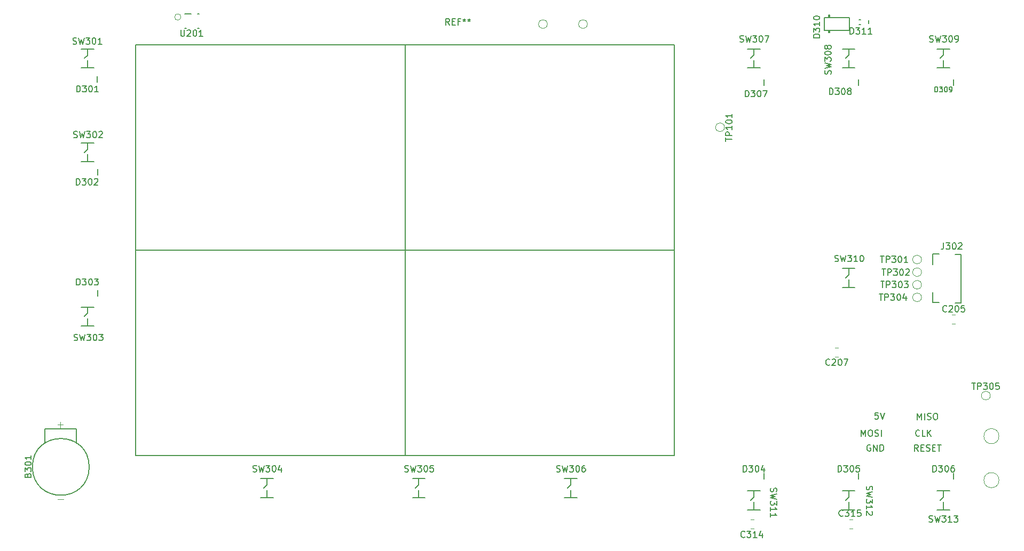
<source format=gto>
G04 #@! TF.GenerationSoftware,KiCad,Pcbnew,(5.1.5)-3*
G04 #@! TF.CreationDate,2020-05-18T23:19:19-04:00*
G04 #@! TF.ProjectId,CPU,4350552e-6b69-4636-9164-5f7063625858,rev?*
G04 #@! TF.SameCoordinates,Original*
G04 #@! TF.FileFunction,Legend,Top*
G04 #@! TF.FilePolarity,Positive*
%FSLAX46Y46*%
G04 Gerber Fmt 4.6, Leading zero omitted, Abs format (unit mm)*
G04 Created by KiCad (PCBNEW (5.1.5)-3) date 2020-05-18 23:19:19*
%MOMM*%
%LPD*%
G04 APERTURE LIST*
%ADD10C,0.120000*%
%ADD11C,0.150000*%
%ADD12C,0.200000*%
%ADD13C,0.127000*%
%ADD14C,0.177800*%
%ADD15C,0.101600*%
G04 APERTURE END LIST*
D10*
X56250000Y-46500000D02*
G75*
G03X56250000Y-46500000I-500000J0D01*
G01*
D11*
X165608095Y-114435000D02*
X165512857Y-114387380D01*
X165370000Y-114387380D01*
X165227142Y-114435000D01*
X165131904Y-114530238D01*
X165084285Y-114625476D01*
X165036666Y-114815952D01*
X165036666Y-114958809D01*
X165084285Y-115149285D01*
X165131904Y-115244523D01*
X165227142Y-115339761D01*
X165370000Y-115387380D01*
X165465238Y-115387380D01*
X165608095Y-115339761D01*
X165655714Y-115292142D01*
X165655714Y-114958809D01*
X165465238Y-114958809D01*
X166084285Y-115387380D02*
X166084285Y-114387380D01*
X166655714Y-115387380D01*
X166655714Y-114387380D01*
X167131904Y-115387380D02*
X167131904Y-114387380D01*
X167370000Y-114387380D01*
X167512857Y-114435000D01*
X167608095Y-114530238D01*
X167655714Y-114625476D01*
X167703333Y-114815952D01*
X167703333Y-114958809D01*
X167655714Y-115149285D01*
X167608095Y-115244523D01*
X167512857Y-115339761D01*
X167370000Y-115387380D01*
X167131904Y-115387380D01*
X164163571Y-113052380D02*
X164163571Y-112052380D01*
X164496904Y-112766666D01*
X164830238Y-112052380D01*
X164830238Y-113052380D01*
X165496904Y-112052380D02*
X165687380Y-112052380D01*
X165782619Y-112100000D01*
X165877857Y-112195238D01*
X165925476Y-112385714D01*
X165925476Y-112719047D01*
X165877857Y-112909523D01*
X165782619Y-113004761D01*
X165687380Y-113052380D01*
X165496904Y-113052380D01*
X165401666Y-113004761D01*
X165306428Y-112909523D01*
X165258809Y-112719047D01*
X165258809Y-112385714D01*
X165306428Y-112195238D01*
X165401666Y-112100000D01*
X165496904Y-112052380D01*
X166306428Y-113004761D02*
X166449285Y-113052380D01*
X166687380Y-113052380D01*
X166782619Y-113004761D01*
X166830238Y-112957142D01*
X166877857Y-112861904D01*
X166877857Y-112766666D01*
X166830238Y-112671428D01*
X166782619Y-112623809D01*
X166687380Y-112576190D01*
X166496904Y-112528571D01*
X166401666Y-112480952D01*
X166354047Y-112433333D01*
X166306428Y-112338095D01*
X166306428Y-112242857D01*
X166354047Y-112147619D01*
X166401666Y-112100000D01*
X166496904Y-112052380D01*
X166735000Y-112052380D01*
X166877857Y-112100000D01*
X167306428Y-113052380D02*
X167306428Y-112052380D01*
X166814523Y-109307380D02*
X166338333Y-109307380D01*
X166290714Y-109783571D01*
X166338333Y-109735952D01*
X166433571Y-109688333D01*
X166671666Y-109688333D01*
X166766904Y-109735952D01*
X166814523Y-109783571D01*
X166862142Y-109878809D01*
X166862142Y-110116904D01*
X166814523Y-110212142D01*
X166766904Y-110259761D01*
X166671666Y-110307380D01*
X166433571Y-110307380D01*
X166338333Y-110259761D01*
X166290714Y-110212142D01*
X167147857Y-109307380D02*
X167481190Y-110307380D01*
X167814523Y-109307380D01*
X173394761Y-112957142D02*
X173347142Y-113004761D01*
X173204285Y-113052380D01*
X173109047Y-113052380D01*
X172966190Y-113004761D01*
X172870952Y-112909523D01*
X172823333Y-112814285D01*
X172775714Y-112623809D01*
X172775714Y-112480952D01*
X172823333Y-112290476D01*
X172870952Y-112195238D01*
X172966190Y-112100000D01*
X173109047Y-112052380D01*
X173204285Y-112052380D01*
X173347142Y-112100000D01*
X173394761Y-112147619D01*
X174299523Y-113052380D02*
X173823333Y-113052380D01*
X173823333Y-112052380D01*
X174632857Y-113052380D02*
X174632857Y-112052380D01*
X175204285Y-113052380D02*
X174775714Y-112480952D01*
X175204285Y-112052380D02*
X174632857Y-112623809D01*
X173053571Y-110402380D02*
X173053571Y-109402380D01*
X173386904Y-110116666D01*
X173720238Y-109402380D01*
X173720238Y-110402380D01*
X174196428Y-110402380D02*
X174196428Y-109402380D01*
X174625000Y-110354761D02*
X174767857Y-110402380D01*
X175005952Y-110402380D01*
X175101190Y-110354761D01*
X175148809Y-110307142D01*
X175196428Y-110211904D01*
X175196428Y-110116666D01*
X175148809Y-110021428D01*
X175101190Y-109973809D01*
X175005952Y-109926190D01*
X174815476Y-109878571D01*
X174720238Y-109830952D01*
X174672619Y-109783333D01*
X174625000Y-109688095D01*
X174625000Y-109592857D01*
X174672619Y-109497619D01*
X174720238Y-109450000D01*
X174815476Y-109402380D01*
X175053571Y-109402380D01*
X175196428Y-109450000D01*
X175815476Y-109402380D02*
X176005952Y-109402380D01*
X176101190Y-109450000D01*
X176196428Y-109545238D01*
X176244047Y-109735714D01*
X176244047Y-110069047D01*
X176196428Y-110259523D01*
X176101190Y-110354761D01*
X176005952Y-110402380D01*
X175815476Y-110402380D01*
X175720238Y-110354761D01*
X175625000Y-110259523D01*
X175577380Y-110069047D01*
X175577380Y-109735714D01*
X175625000Y-109545238D01*
X175720238Y-109450000D01*
X175815476Y-109402380D01*
X173172619Y-115387380D02*
X172839285Y-114911190D01*
X172601190Y-115387380D02*
X172601190Y-114387380D01*
X172982142Y-114387380D01*
X173077380Y-114435000D01*
X173125000Y-114482619D01*
X173172619Y-114577857D01*
X173172619Y-114720714D01*
X173125000Y-114815952D01*
X173077380Y-114863571D01*
X172982142Y-114911190D01*
X172601190Y-114911190D01*
X173601190Y-114863571D02*
X173934523Y-114863571D01*
X174077380Y-115387380D02*
X173601190Y-115387380D01*
X173601190Y-114387380D01*
X174077380Y-114387380D01*
X174458333Y-115339761D02*
X174601190Y-115387380D01*
X174839285Y-115387380D01*
X174934523Y-115339761D01*
X174982142Y-115292142D01*
X175029761Y-115196904D01*
X175029761Y-115101666D01*
X174982142Y-115006428D01*
X174934523Y-114958809D01*
X174839285Y-114911190D01*
X174648809Y-114863571D01*
X174553571Y-114815952D01*
X174505952Y-114768333D01*
X174458333Y-114673095D01*
X174458333Y-114577857D01*
X174505952Y-114482619D01*
X174553571Y-114435000D01*
X174648809Y-114387380D01*
X174886904Y-114387380D01*
X175029761Y-114435000D01*
X175458333Y-114863571D02*
X175791666Y-114863571D01*
X175934523Y-115387380D02*
X175458333Y-115387380D01*
X175458333Y-114387380D01*
X175934523Y-114387380D01*
X176220238Y-114387380D02*
X176791666Y-114387380D01*
X176505952Y-115387380D02*
X176505952Y-114387380D01*
X89414221Y-83521838D02*
X49100000Y-83521838D01*
D12*
X49081246Y-116111889D02*
X89414221Y-116111889D01*
X49081246Y-50931785D02*
X89414221Y-50931785D01*
X91781246Y-50931785D02*
X91781246Y-116111889D01*
X89414221Y-83521838D02*
X134481246Y-83521838D01*
X134481246Y-116111889D02*
X134481246Y-50931785D01*
X49081246Y-50931785D02*
X49081246Y-116111889D01*
X89414221Y-116111889D02*
X134481246Y-116111889D01*
X134481246Y-50931785D02*
X89414221Y-50931785D01*
D10*
X173700000Y-85000000D02*
G75*
G03X173700000Y-85000000I-700000J0D01*
G01*
X173700000Y-87000000D02*
G75*
G03X173700000Y-87000000I-700000J0D01*
G01*
X173700000Y-89000000D02*
G75*
G03X173700000Y-89000000I-700000J0D01*
G01*
X173700000Y-91000000D02*
G75*
G03X173700000Y-91000000I-700000J0D01*
G01*
D13*
X39700000Y-111910000D02*
X39700000Y-114160000D01*
X34700000Y-111910000D02*
X39700000Y-111910000D01*
X34700000Y-114160000D02*
X34700000Y-111910000D01*
X41700000Y-117910000D02*
G75*
G03X41700000Y-117910000I-4500000J0D01*
G01*
X42987500Y-55923750D02*
X42987500Y-56876250D01*
X159050000Y-48600000D02*
X159150000Y-48600000D01*
X159150000Y-46200000D02*
X159050000Y-46200000D01*
X159150000Y-46600000D02*
X159150000Y-46200000D01*
X158950000Y-46600000D02*
X159050000Y-46600000D01*
X158950000Y-46200000D02*
X158950000Y-46600000D01*
X159050000Y-46200000D02*
X158950000Y-46200000D01*
X159050000Y-46600000D02*
X159050000Y-46200000D01*
X159050000Y-48600000D02*
X159050000Y-49000000D01*
X158950000Y-48600000D02*
X159050000Y-48600000D01*
X158950000Y-49000000D02*
X158950000Y-48600000D01*
X159050000Y-49000000D02*
X158950000Y-49000000D01*
X159150000Y-49000000D02*
X159050000Y-49000000D01*
X159150000Y-48600000D02*
X159150000Y-49000000D01*
X159150000Y-48600000D02*
X162250000Y-48600000D01*
X158250000Y-48600000D02*
X158950000Y-48600000D01*
X158250000Y-46600000D02*
X158250000Y-48600000D01*
X158950000Y-46600000D02*
X158250000Y-46600000D01*
X159150000Y-46600000D02*
X159050000Y-46600000D01*
X162250000Y-46600000D02*
X159150000Y-46600000D01*
X162250000Y-48600000D02*
X162250000Y-46600000D01*
X165297000Y-47554000D02*
X165297000Y-47046000D01*
X164040000Y-46900000D02*
X163760000Y-46900000D01*
X164040000Y-47700000D02*
X163760000Y-47700000D01*
X43021998Y-70643750D02*
X43021998Y-71596250D01*
X43087500Y-89823750D02*
X43087500Y-90776250D01*
X148695164Y-118903750D02*
X148695164Y-119856250D01*
X163736716Y-118903750D02*
X163736716Y-119856250D01*
X178778279Y-118903750D02*
X178778279Y-119856250D01*
X148737500Y-56373750D02*
X148737500Y-57326250D01*
X163737500Y-56373750D02*
X163737500Y-57326250D01*
X178778279Y-56373750D02*
X178778279Y-57326250D01*
X179950000Y-91872372D02*
X179050000Y-91872372D01*
X179950000Y-84172372D02*
X179050000Y-84172372D01*
X175450000Y-91822372D02*
X175450000Y-90172372D01*
X176450000Y-91822372D02*
X175450000Y-91822372D01*
X175450000Y-84172372D02*
X175450000Y-85772372D01*
X176450000Y-84122372D02*
X175450000Y-84122372D01*
X179950000Y-84172372D02*
X179950000Y-91822372D01*
X41434498Y-52565607D02*
X40934498Y-53065607D01*
X41434498Y-54565607D02*
X41434498Y-53365607D01*
X41434498Y-51565607D02*
X41434498Y-52565607D01*
X41434498Y-54565607D02*
X42434498Y-54565607D01*
X40434498Y-54565607D02*
X41434498Y-54565607D01*
X41434498Y-51565607D02*
X42434498Y-51565607D01*
X40434498Y-51565607D02*
X41434498Y-51565607D01*
X162149216Y-87406979D02*
X161649216Y-87906979D01*
X162149216Y-89406979D02*
X162149216Y-88206979D01*
X162149216Y-86406979D02*
X162149216Y-87406979D01*
X162149216Y-89406979D02*
X163149216Y-89406979D01*
X161149216Y-89406979D02*
X162149216Y-89406979D01*
X162149216Y-86406979D02*
X163149216Y-86406979D01*
X161149216Y-86406979D02*
X162149216Y-86406979D01*
X147107664Y-122704542D02*
X146607664Y-123204542D01*
X147107664Y-124704542D02*
X147107664Y-123504542D01*
X147107664Y-121704542D02*
X147107664Y-122704542D01*
X147107664Y-124704542D02*
X148107664Y-124704542D01*
X146107664Y-124704542D02*
X147107664Y-124704542D01*
X147107664Y-121704542D02*
X148107664Y-121704542D01*
X146107664Y-121704542D02*
X147107664Y-121704542D01*
X162149216Y-122704542D02*
X161649216Y-123204542D01*
X162149216Y-124704542D02*
X162149216Y-123504542D01*
X162149216Y-121704542D02*
X162149216Y-122704542D01*
X162149216Y-124704542D02*
X163149216Y-124704542D01*
X161149216Y-124704542D02*
X162149216Y-124704542D01*
X162149216Y-121704542D02*
X163149216Y-121704542D01*
X161149216Y-121704542D02*
X162149216Y-121704542D01*
X177190779Y-122704542D02*
X176690779Y-123204542D01*
X177190779Y-124704542D02*
X177190779Y-123504542D01*
X177190779Y-121704542D02*
X177190779Y-122704542D01*
X177190779Y-124704542D02*
X178190779Y-124704542D01*
X176190779Y-124704542D02*
X177190779Y-124704542D01*
X177190779Y-121704542D02*
X178190779Y-121704542D01*
X176190779Y-121704542D02*
X177190779Y-121704542D01*
X41434498Y-67486847D02*
X40934498Y-67986847D01*
X41434498Y-69486847D02*
X41434498Y-68286847D01*
X41434498Y-66486847D02*
X41434498Y-67486847D01*
X41434498Y-69486847D02*
X42434498Y-69486847D01*
X40434498Y-69486847D02*
X41434498Y-69486847D01*
X41434498Y-66486847D02*
X42434498Y-66486847D01*
X40434498Y-66486847D02*
X41434498Y-66486847D01*
X41434498Y-93528815D02*
X40934498Y-94028815D01*
X41434498Y-95528815D02*
X41434498Y-94328815D01*
X41434498Y-92528815D02*
X41434498Y-93528815D01*
X41434498Y-95528815D02*
X42434498Y-95528815D01*
X40434498Y-95528815D02*
X41434498Y-95528815D01*
X41434498Y-92528815D02*
X42434498Y-92528815D01*
X40434498Y-92528815D02*
X41434498Y-92528815D01*
X69894310Y-120781309D02*
X69394310Y-121281309D01*
X69894310Y-122781309D02*
X69894310Y-121581309D01*
X69894310Y-119781309D02*
X69894310Y-120781309D01*
X69894310Y-122781309D02*
X70894310Y-122781309D01*
X68894310Y-122781309D02*
X69894310Y-122781309D01*
X69894310Y-119781309D02*
X70894310Y-119781309D01*
X68894310Y-119781309D02*
X69894310Y-119781309D01*
X93970839Y-120781309D02*
X93470839Y-121281309D01*
X93970839Y-122781309D02*
X93970839Y-121581309D01*
X93970839Y-119781309D02*
X93970839Y-120781309D01*
X93970839Y-122781309D02*
X94970839Y-122781309D01*
X92970839Y-122781309D02*
X93970839Y-122781309D01*
X93970839Y-119781309D02*
X94970839Y-119781309D01*
X92970839Y-119781309D02*
X93970839Y-119781309D01*
X118047369Y-120781309D02*
X117547369Y-121281309D01*
X118047369Y-122781309D02*
X118047369Y-121581309D01*
X118047369Y-119781309D02*
X118047369Y-120781309D01*
X118047369Y-122781309D02*
X119047369Y-122781309D01*
X117047369Y-122781309D02*
X118047369Y-122781309D01*
X118047369Y-119781309D02*
X119047369Y-119781309D01*
X117047369Y-119781309D02*
X118047369Y-119781309D01*
X147107664Y-52553472D02*
X146607664Y-53053472D01*
X147107664Y-54553472D02*
X147107664Y-53353472D01*
X147107664Y-51553472D02*
X147107664Y-52553472D01*
X147107664Y-54553472D02*
X148107664Y-54553472D01*
X146107664Y-54553472D02*
X147107664Y-54553472D01*
X147107664Y-51553472D02*
X148107664Y-51553472D01*
X146107664Y-51553472D02*
X147107664Y-51553472D01*
X162149216Y-52553472D02*
X161649216Y-53053472D01*
X162149216Y-54553472D02*
X162149216Y-53353472D01*
X162149216Y-51553472D02*
X162149216Y-52553472D01*
X162149216Y-54553472D02*
X163149216Y-54553472D01*
X161149216Y-54553472D02*
X162149216Y-54553472D01*
X162149216Y-51553472D02*
X163149216Y-51553472D01*
X161149216Y-51553472D02*
X162149216Y-51553472D01*
X177190779Y-52553472D02*
X176690779Y-53053472D01*
X177190779Y-54553472D02*
X177190779Y-53353472D01*
X177190779Y-51553472D02*
X177190779Y-52553472D01*
X177190779Y-54553472D02*
X178190779Y-54553472D01*
X176190779Y-54553472D02*
X177190779Y-54553472D01*
X177190779Y-51553472D02*
X178190779Y-51553472D01*
X176190779Y-51553472D02*
X177190779Y-51553472D01*
D14*
X56882400Y-45967000D02*
X57873000Y-45967000D01*
X58914400Y-45967000D02*
X59117600Y-45967000D01*
X58914400Y-48253000D02*
X59117600Y-48253000D01*
X56882400Y-48253000D02*
X57085600Y-48253000D01*
D10*
X147111252Y-127710000D02*
X146588748Y-127710000D01*
X147111252Y-126290000D02*
X146588748Y-126290000D01*
X162761252Y-126290000D02*
X162238748Y-126290000D01*
X162761252Y-127710000D02*
X162238748Y-127710000D01*
X142450000Y-64000000D02*
G75*
G03X142450000Y-64000000I-700000J0D01*
G01*
X178538748Y-93790000D02*
X179061252Y-93790000D01*
X178538748Y-95210000D02*
X179061252Y-95210000D01*
X184600000Y-106600000D02*
G75*
G03X184600000Y-106600000I-700000J0D01*
G01*
X160526252Y-100405000D02*
X160003748Y-100405000D01*
X160526252Y-98985000D02*
X160003748Y-98985000D01*
X120715000Y-47625000D02*
G75*
G03X120715000Y-47625000I-700000J0D01*
G01*
X114365000Y-47625000D02*
G75*
G03X114365000Y-47625000I-700000J0D01*
G01*
X185985000Y-113030000D02*
G75*
G03X185985000Y-113030000I-1200000J0D01*
G01*
X185985000Y-120015000D02*
G75*
G03X185985000Y-120015000I-1200000J0D01*
G01*
D11*
X98846653Y-47752380D02*
X98513320Y-47276190D01*
X98275225Y-47752380D02*
X98275225Y-46752380D01*
X98656177Y-46752380D01*
X98751415Y-46800000D01*
X98799034Y-46847619D01*
X98846653Y-46942857D01*
X98846653Y-47085714D01*
X98799034Y-47180952D01*
X98751415Y-47228571D01*
X98656177Y-47276190D01*
X98275225Y-47276190D01*
X99275225Y-47228571D02*
X99608558Y-47228571D01*
X99751415Y-47752380D02*
X99275225Y-47752380D01*
X99275225Y-46752380D01*
X99751415Y-46752380D01*
X100513320Y-47228571D02*
X100179987Y-47228571D01*
X100179987Y-47752380D02*
X100179987Y-46752380D01*
X100656177Y-46752380D01*
X101179987Y-46752380D02*
X101179987Y-46990476D01*
X100941891Y-46895238D02*
X101179987Y-46990476D01*
X101418082Y-46895238D01*
X101037129Y-47180952D02*
X101179987Y-46990476D01*
X101322844Y-47180952D01*
X101941891Y-46752380D02*
X101941891Y-46990476D01*
X101703796Y-46895238D02*
X101941891Y-46990476D01*
X102179987Y-46895238D01*
X101799034Y-47180952D02*
X101941891Y-46990476D01*
X102084748Y-47180952D01*
X167185714Y-84452380D02*
X167757142Y-84452380D01*
X167471428Y-85452380D02*
X167471428Y-84452380D01*
X168090476Y-85452380D02*
X168090476Y-84452380D01*
X168471428Y-84452380D01*
X168566666Y-84500000D01*
X168614285Y-84547619D01*
X168661904Y-84642857D01*
X168661904Y-84785714D01*
X168614285Y-84880952D01*
X168566666Y-84928571D01*
X168471428Y-84976190D01*
X168090476Y-84976190D01*
X168995238Y-84452380D02*
X169614285Y-84452380D01*
X169280952Y-84833333D01*
X169423809Y-84833333D01*
X169519047Y-84880952D01*
X169566666Y-84928571D01*
X169614285Y-85023809D01*
X169614285Y-85261904D01*
X169566666Y-85357142D01*
X169519047Y-85404761D01*
X169423809Y-85452380D01*
X169138095Y-85452380D01*
X169042857Y-85404761D01*
X168995238Y-85357142D01*
X170233333Y-84452380D02*
X170328571Y-84452380D01*
X170423809Y-84500000D01*
X170471428Y-84547619D01*
X170519047Y-84642857D01*
X170566666Y-84833333D01*
X170566666Y-85071428D01*
X170519047Y-85261904D01*
X170471428Y-85357142D01*
X170423809Y-85404761D01*
X170328571Y-85452380D01*
X170233333Y-85452380D01*
X170138095Y-85404761D01*
X170090476Y-85357142D01*
X170042857Y-85261904D01*
X169995238Y-85071428D01*
X169995238Y-84833333D01*
X170042857Y-84642857D01*
X170090476Y-84547619D01*
X170138095Y-84500000D01*
X170233333Y-84452380D01*
X171519047Y-85452380D02*
X170947619Y-85452380D01*
X171233333Y-85452380D02*
X171233333Y-84452380D01*
X171138095Y-84595238D01*
X171042857Y-84690476D01*
X170947619Y-84738095D01*
X167435714Y-86502380D02*
X168007142Y-86502380D01*
X167721428Y-87502380D02*
X167721428Y-86502380D01*
X168340476Y-87502380D02*
X168340476Y-86502380D01*
X168721428Y-86502380D01*
X168816666Y-86550000D01*
X168864285Y-86597619D01*
X168911904Y-86692857D01*
X168911904Y-86835714D01*
X168864285Y-86930952D01*
X168816666Y-86978571D01*
X168721428Y-87026190D01*
X168340476Y-87026190D01*
X169245238Y-86502380D02*
X169864285Y-86502380D01*
X169530952Y-86883333D01*
X169673809Y-86883333D01*
X169769047Y-86930952D01*
X169816666Y-86978571D01*
X169864285Y-87073809D01*
X169864285Y-87311904D01*
X169816666Y-87407142D01*
X169769047Y-87454761D01*
X169673809Y-87502380D01*
X169388095Y-87502380D01*
X169292857Y-87454761D01*
X169245238Y-87407142D01*
X170483333Y-86502380D02*
X170578571Y-86502380D01*
X170673809Y-86550000D01*
X170721428Y-86597619D01*
X170769047Y-86692857D01*
X170816666Y-86883333D01*
X170816666Y-87121428D01*
X170769047Y-87311904D01*
X170721428Y-87407142D01*
X170673809Y-87454761D01*
X170578571Y-87502380D01*
X170483333Y-87502380D01*
X170388095Y-87454761D01*
X170340476Y-87407142D01*
X170292857Y-87311904D01*
X170245238Y-87121428D01*
X170245238Y-86883333D01*
X170292857Y-86692857D01*
X170340476Y-86597619D01*
X170388095Y-86550000D01*
X170483333Y-86502380D01*
X171197619Y-86597619D02*
X171245238Y-86550000D01*
X171340476Y-86502380D01*
X171578571Y-86502380D01*
X171673809Y-86550000D01*
X171721428Y-86597619D01*
X171769047Y-86692857D01*
X171769047Y-86788095D01*
X171721428Y-86930952D01*
X171150000Y-87502380D01*
X171769047Y-87502380D01*
X167235714Y-88452380D02*
X167807142Y-88452380D01*
X167521428Y-89452380D02*
X167521428Y-88452380D01*
X168140476Y-89452380D02*
X168140476Y-88452380D01*
X168521428Y-88452380D01*
X168616666Y-88500000D01*
X168664285Y-88547619D01*
X168711904Y-88642857D01*
X168711904Y-88785714D01*
X168664285Y-88880952D01*
X168616666Y-88928571D01*
X168521428Y-88976190D01*
X168140476Y-88976190D01*
X169045238Y-88452380D02*
X169664285Y-88452380D01*
X169330952Y-88833333D01*
X169473809Y-88833333D01*
X169569047Y-88880952D01*
X169616666Y-88928571D01*
X169664285Y-89023809D01*
X169664285Y-89261904D01*
X169616666Y-89357142D01*
X169569047Y-89404761D01*
X169473809Y-89452380D01*
X169188095Y-89452380D01*
X169092857Y-89404761D01*
X169045238Y-89357142D01*
X170283333Y-88452380D02*
X170378571Y-88452380D01*
X170473809Y-88500000D01*
X170521428Y-88547619D01*
X170569047Y-88642857D01*
X170616666Y-88833333D01*
X170616666Y-89071428D01*
X170569047Y-89261904D01*
X170521428Y-89357142D01*
X170473809Y-89404761D01*
X170378571Y-89452380D01*
X170283333Y-89452380D01*
X170188095Y-89404761D01*
X170140476Y-89357142D01*
X170092857Y-89261904D01*
X170045238Y-89071428D01*
X170045238Y-88833333D01*
X170092857Y-88642857D01*
X170140476Y-88547619D01*
X170188095Y-88500000D01*
X170283333Y-88452380D01*
X170950000Y-88452380D02*
X171569047Y-88452380D01*
X171235714Y-88833333D01*
X171378571Y-88833333D01*
X171473809Y-88880952D01*
X171521428Y-88928571D01*
X171569047Y-89023809D01*
X171569047Y-89261904D01*
X171521428Y-89357142D01*
X171473809Y-89404761D01*
X171378571Y-89452380D01*
X171092857Y-89452380D01*
X170997619Y-89404761D01*
X170950000Y-89357142D01*
X166985714Y-90452380D02*
X167557142Y-90452380D01*
X167271428Y-91452380D02*
X167271428Y-90452380D01*
X167890476Y-91452380D02*
X167890476Y-90452380D01*
X168271428Y-90452380D01*
X168366666Y-90500000D01*
X168414285Y-90547619D01*
X168461904Y-90642857D01*
X168461904Y-90785714D01*
X168414285Y-90880952D01*
X168366666Y-90928571D01*
X168271428Y-90976190D01*
X167890476Y-90976190D01*
X168795238Y-90452380D02*
X169414285Y-90452380D01*
X169080952Y-90833333D01*
X169223809Y-90833333D01*
X169319047Y-90880952D01*
X169366666Y-90928571D01*
X169414285Y-91023809D01*
X169414285Y-91261904D01*
X169366666Y-91357142D01*
X169319047Y-91404761D01*
X169223809Y-91452380D01*
X168938095Y-91452380D01*
X168842857Y-91404761D01*
X168795238Y-91357142D01*
X170033333Y-90452380D02*
X170128571Y-90452380D01*
X170223809Y-90500000D01*
X170271428Y-90547619D01*
X170319047Y-90642857D01*
X170366666Y-90833333D01*
X170366666Y-91071428D01*
X170319047Y-91261904D01*
X170271428Y-91357142D01*
X170223809Y-91404761D01*
X170128571Y-91452380D01*
X170033333Y-91452380D01*
X169938095Y-91404761D01*
X169890476Y-91357142D01*
X169842857Y-91261904D01*
X169795238Y-91071428D01*
X169795238Y-90833333D01*
X169842857Y-90642857D01*
X169890476Y-90547619D01*
X169938095Y-90500000D01*
X170033333Y-90452380D01*
X171223809Y-90785714D02*
X171223809Y-91452380D01*
X170985714Y-90404761D02*
X170747619Y-91119047D01*
X171366666Y-91119047D01*
X31978571Y-119233214D02*
X32026190Y-119090357D01*
X32073809Y-119042738D01*
X32169047Y-118995119D01*
X32311904Y-118995119D01*
X32407142Y-119042738D01*
X32454761Y-119090357D01*
X32502380Y-119185595D01*
X32502380Y-119566547D01*
X31502380Y-119566547D01*
X31502380Y-119233214D01*
X31550000Y-119137976D01*
X31597619Y-119090357D01*
X31692857Y-119042738D01*
X31788095Y-119042738D01*
X31883333Y-119090357D01*
X31930952Y-119137976D01*
X31978571Y-119233214D01*
X31978571Y-119566547D01*
X31502380Y-118661785D02*
X31502380Y-118042738D01*
X31883333Y-118376071D01*
X31883333Y-118233214D01*
X31930952Y-118137976D01*
X31978571Y-118090357D01*
X32073809Y-118042738D01*
X32311904Y-118042738D01*
X32407142Y-118090357D01*
X32454761Y-118137976D01*
X32502380Y-118233214D01*
X32502380Y-118518928D01*
X32454761Y-118614166D01*
X32407142Y-118661785D01*
X31502380Y-117423690D02*
X31502380Y-117328452D01*
X31550000Y-117233214D01*
X31597619Y-117185595D01*
X31692857Y-117137976D01*
X31883333Y-117090357D01*
X32121428Y-117090357D01*
X32311904Y-117137976D01*
X32407142Y-117185595D01*
X32454761Y-117233214D01*
X32502380Y-117328452D01*
X32502380Y-117423690D01*
X32454761Y-117518928D01*
X32407142Y-117566547D01*
X32311904Y-117614166D01*
X32121428Y-117661785D01*
X31883333Y-117661785D01*
X31692857Y-117614166D01*
X31597619Y-117566547D01*
X31550000Y-117518928D01*
X31502380Y-117423690D01*
X32502380Y-116137976D02*
X32502380Y-116709404D01*
X32502380Y-116423690D02*
X31502380Y-116423690D01*
X31645238Y-116518928D01*
X31740476Y-116614166D01*
X31788095Y-116709404D01*
D15*
X36677460Y-123082928D02*
X37596698Y-123082928D01*
X37132928Y-111672540D02*
X37132928Y-110753301D01*
X37592547Y-111212920D02*
X36673309Y-111212920D01*
D11*
X39725025Y-58402380D02*
X39725025Y-57402380D01*
X39963121Y-57402380D01*
X40105978Y-57450000D01*
X40201216Y-57545238D01*
X40248835Y-57640476D01*
X40296454Y-57830952D01*
X40296454Y-57973809D01*
X40248835Y-58164285D01*
X40201216Y-58259523D01*
X40105978Y-58354761D01*
X39963121Y-58402380D01*
X39725025Y-58402380D01*
X40629787Y-57402380D02*
X41248835Y-57402380D01*
X40915502Y-57783333D01*
X41058359Y-57783333D01*
X41153597Y-57830952D01*
X41201216Y-57878571D01*
X41248835Y-57973809D01*
X41248835Y-58211904D01*
X41201216Y-58307142D01*
X41153597Y-58354761D01*
X41058359Y-58402380D01*
X40772644Y-58402380D01*
X40677406Y-58354761D01*
X40629787Y-58307142D01*
X41867882Y-57402380D02*
X41963121Y-57402380D01*
X42058359Y-57450000D01*
X42105978Y-57497619D01*
X42153597Y-57592857D01*
X42201216Y-57783333D01*
X42201216Y-58021428D01*
X42153597Y-58211904D01*
X42105978Y-58307142D01*
X42058359Y-58354761D01*
X41963121Y-58402380D01*
X41867882Y-58402380D01*
X41772644Y-58354761D01*
X41725025Y-58307142D01*
X41677406Y-58211904D01*
X41629787Y-58021428D01*
X41629787Y-57783333D01*
X41677406Y-57592857D01*
X41725025Y-57497619D01*
X41772644Y-57450000D01*
X41867882Y-57402380D01*
X43153597Y-58402380D02*
X42582168Y-58402380D01*
X42867882Y-58402380D02*
X42867882Y-57402380D01*
X42772644Y-57545238D01*
X42677406Y-57640476D01*
X42582168Y-57688095D01*
X157562380Y-49780476D02*
X156562380Y-49780476D01*
X156562380Y-49542380D01*
X156610000Y-49399523D01*
X156705238Y-49304285D01*
X156800476Y-49256666D01*
X156990952Y-49209047D01*
X157133809Y-49209047D01*
X157324285Y-49256666D01*
X157419523Y-49304285D01*
X157514761Y-49399523D01*
X157562380Y-49542380D01*
X157562380Y-49780476D01*
X156562380Y-48875714D02*
X156562380Y-48256666D01*
X156943333Y-48590000D01*
X156943333Y-48447142D01*
X156990952Y-48351904D01*
X157038571Y-48304285D01*
X157133809Y-48256666D01*
X157371904Y-48256666D01*
X157467142Y-48304285D01*
X157514761Y-48351904D01*
X157562380Y-48447142D01*
X157562380Y-48732857D01*
X157514761Y-48828095D01*
X157467142Y-48875714D01*
X157562380Y-47304285D02*
X157562380Y-47875714D01*
X157562380Y-47590000D02*
X156562380Y-47590000D01*
X156705238Y-47685238D01*
X156800476Y-47780476D01*
X156848095Y-47875714D01*
X156562380Y-46685238D02*
X156562380Y-46590000D01*
X156610000Y-46494761D01*
X156657619Y-46447142D01*
X156752857Y-46399523D01*
X156943333Y-46351904D01*
X157181428Y-46351904D01*
X157371904Y-46399523D01*
X157467142Y-46447142D01*
X157514761Y-46494761D01*
X157562380Y-46590000D01*
X157562380Y-46685238D01*
X157514761Y-46780476D01*
X157467142Y-46828095D01*
X157371904Y-46875714D01*
X157181428Y-46923333D01*
X156943333Y-46923333D01*
X156752857Y-46875714D01*
X156657619Y-46828095D01*
X156610000Y-46780476D01*
X156562380Y-46685238D01*
X162383452Y-49192380D02*
X162383452Y-48192380D01*
X162621547Y-48192380D01*
X162764404Y-48240000D01*
X162859642Y-48335238D01*
X162907261Y-48430476D01*
X162954880Y-48620952D01*
X162954880Y-48763809D01*
X162907261Y-48954285D01*
X162859642Y-49049523D01*
X162764404Y-49144761D01*
X162621547Y-49192380D01*
X162383452Y-49192380D01*
X163288214Y-48192380D02*
X163907261Y-48192380D01*
X163573928Y-48573333D01*
X163716785Y-48573333D01*
X163812023Y-48620952D01*
X163859642Y-48668571D01*
X163907261Y-48763809D01*
X163907261Y-49001904D01*
X163859642Y-49097142D01*
X163812023Y-49144761D01*
X163716785Y-49192380D01*
X163431071Y-49192380D01*
X163335833Y-49144761D01*
X163288214Y-49097142D01*
X164859642Y-49192380D02*
X164288214Y-49192380D01*
X164573928Y-49192380D02*
X164573928Y-48192380D01*
X164478690Y-48335238D01*
X164383452Y-48430476D01*
X164288214Y-48478095D01*
X165812023Y-49192380D02*
X165240595Y-49192380D01*
X165526309Y-49192380D02*
X165526309Y-48192380D01*
X165431071Y-48335238D01*
X165335833Y-48430476D01*
X165240595Y-48478095D01*
X39659523Y-73152380D02*
X39659523Y-72152380D01*
X39897619Y-72152380D01*
X40040476Y-72200000D01*
X40135714Y-72295238D01*
X40183333Y-72390476D01*
X40230952Y-72580952D01*
X40230952Y-72723809D01*
X40183333Y-72914285D01*
X40135714Y-73009523D01*
X40040476Y-73104761D01*
X39897619Y-73152380D01*
X39659523Y-73152380D01*
X40564285Y-72152380D02*
X41183333Y-72152380D01*
X40850000Y-72533333D01*
X40992857Y-72533333D01*
X41088095Y-72580952D01*
X41135714Y-72628571D01*
X41183333Y-72723809D01*
X41183333Y-72961904D01*
X41135714Y-73057142D01*
X41088095Y-73104761D01*
X40992857Y-73152380D01*
X40707142Y-73152380D01*
X40611904Y-73104761D01*
X40564285Y-73057142D01*
X41802380Y-72152380D02*
X41897619Y-72152380D01*
X41992857Y-72200000D01*
X42040476Y-72247619D01*
X42088095Y-72342857D01*
X42135714Y-72533333D01*
X42135714Y-72771428D01*
X42088095Y-72961904D01*
X42040476Y-73057142D01*
X41992857Y-73104761D01*
X41897619Y-73152380D01*
X41802380Y-73152380D01*
X41707142Y-73104761D01*
X41659523Y-73057142D01*
X41611904Y-72961904D01*
X41564285Y-72771428D01*
X41564285Y-72533333D01*
X41611904Y-72342857D01*
X41659523Y-72247619D01*
X41707142Y-72200000D01*
X41802380Y-72152380D01*
X42516666Y-72247619D02*
X42564285Y-72200000D01*
X42659523Y-72152380D01*
X42897619Y-72152380D01*
X42992857Y-72200000D01*
X43040476Y-72247619D01*
X43088095Y-72342857D01*
X43088095Y-72438095D01*
X43040476Y-72580952D01*
X42469047Y-73152380D01*
X43088095Y-73152380D01*
X39709523Y-89052380D02*
X39709523Y-88052380D01*
X39947619Y-88052380D01*
X40090476Y-88100000D01*
X40185714Y-88195238D01*
X40233333Y-88290476D01*
X40280952Y-88480952D01*
X40280952Y-88623809D01*
X40233333Y-88814285D01*
X40185714Y-88909523D01*
X40090476Y-89004761D01*
X39947619Y-89052380D01*
X39709523Y-89052380D01*
X40614285Y-88052380D02*
X41233333Y-88052380D01*
X40900000Y-88433333D01*
X41042857Y-88433333D01*
X41138095Y-88480952D01*
X41185714Y-88528571D01*
X41233333Y-88623809D01*
X41233333Y-88861904D01*
X41185714Y-88957142D01*
X41138095Y-89004761D01*
X41042857Y-89052380D01*
X40757142Y-89052380D01*
X40661904Y-89004761D01*
X40614285Y-88957142D01*
X41852380Y-88052380D02*
X41947619Y-88052380D01*
X42042857Y-88100000D01*
X42090476Y-88147619D01*
X42138095Y-88242857D01*
X42185714Y-88433333D01*
X42185714Y-88671428D01*
X42138095Y-88861904D01*
X42090476Y-88957142D01*
X42042857Y-89004761D01*
X41947619Y-89052380D01*
X41852380Y-89052380D01*
X41757142Y-89004761D01*
X41709523Y-88957142D01*
X41661904Y-88861904D01*
X41614285Y-88671428D01*
X41614285Y-88433333D01*
X41661904Y-88242857D01*
X41709523Y-88147619D01*
X41757142Y-88100000D01*
X41852380Y-88052380D01*
X42519047Y-88052380D02*
X43138095Y-88052380D01*
X42804761Y-88433333D01*
X42947619Y-88433333D01*
X43042857Y-88480952D01*
X43090476Y-88528571D01*
X43138095Y-88623809D01*
X43138095Y-88861904D01*
X43090476Y-88957142D01*
X43042857Y-89004761D01*
X42947619Y-89052380D01*
X42661904Y-89052380D01*
X42566666Y-89004761D01*
X42519047Y-88957142D01*
X145417187Y-118697380D02*
X145417187Y-117697380D01*
X145655283Y-117697380D01*
X145798140Y-117745000D01*
X145893378Y-117840238D01*
X145940997Y-117935476D01*
X145988616Y-118125952D01*
X145988616Y-118268809D01*
X145940997Y-118459285D01*
X145893378Y-118554523D01*
X145798140Y-118649761D01*
X145655283Y-118697380D01*
X145417187Y-118697380D01*
X146321949Y-117697380D02*
X146940997Y-117697380D01*
X146607664Y-118078333D01*
X146750521Y-118078333D01*
X146845759Y-118125952D01*
X146893378Y-118173571D01*
X146940997Y-118268809D01*
X146940997Y-118506904D01*
X146893378Y-118602142D01*
X146845759Y-118649761D01*
X146750521Y-118697380D01*
X146464806Y-118697380D01*
X146369568Y-118649761D01*
X146321949Y-118602142D01*
X147560044Y-117697380D02*
X147655283Y-117697380D01*
X147750521Y-117745000D01*
X147798140Y-117792619D01*
X147845759Y-117887857D01*
X147893378Y-118078333D01*
X147893378Y-118316428D01*
X147845759Y-118506904D01*
X147798140Y-118602142D01*
X147750521Y-118649761D01*
X147655283Y-118697380D01*
X147560044Y-118697380D01*
X147464806Y-118649761D01*
X147417187Y-118602142D01*
X147369568Y-118506904D01*
X147321949Y-118316428D01*
X147321949Y-118078333D01*
X147369568Y-117887857D01*
X147417187Y-117792619D01*
X147464806Y-117745000D01*
X147560044Y-117697380D01*
X148750521Y-118030714D02*
X148750521Y-118697380D01*
X148512425Y-117649761D02*
X148274330Y-118364047D01*
X148893378Y-118364047D01*
X160458739Y-118697380D02*
X160458739Y-117697380D01*
X160696835Y-117697380D01*
X160839692Y-117745000D01*
X160934930Y-117840238D01*
X160982549Y-117935476D01*
X161030168Y-118125952D01*
X161030168Y-118268809D01*
X160982549Y-118459285D01*
X160934930Y-118554523D01*
X160839692Y-118649761D01*
X160696835Y-118697380D01*
X160458739Y-118697380D01*
X161363501Y-117697380D02*
X161982549Y-117697380D01*
X161649216Y-118078333D01*
X161792073Y-118078333D01*
X161887311Y-118125952D01*
X161934930Y-118173571D01*
X161982549Y-118268809D01*
X161982549Y-118506904D01*
X161934930Y-118602142D01*
X161887311Y-118649761D01*
X161792073Y-118697380D01*
X161506358Y-118697380D01*
X161411120Y-118649761D01*
X161363501Y-118602142D01*
X162601596Y-117697380D02*
X162696835Y-117697380D01*
X162792073Y-117745000D01*
X162839692Y-117792619D01*
X162887311Y-117887857D01*
X162934930Y-118078333D01*
X162934930Y-118316428D01*
X162887311Y-118506904D01*
X162839692Y-118602142D01*
X162792073Y-118649761D01*
X162696835Y-118697380D01*
X162601596Y-118697380D01*
X162506358Y-118649761D01*
X162458739Y-118602142D01*
X162411120Y-118506904D01*
X162363501Y-118316428D01*
X162363501Y-118078333D01*
X162411120Y-117887857D01*
X162458739Y-117792619D01*
X162506358Y-117745000D01*
X162601596Y-117697380D01*
X163839692Y-117697380D02*
X163363501Y-117697380D01*
X163315882Y-118173571D01*
X163363501Y-118125952D01*
X163458739Y-118078333D01*
X163696835Y-118078333D01*
X163792073Y-118125952D01*
X163839692Y-118173571D01*
X163887311Y-118268809D01*
X163887311Y-118506904D01*
X163839692Y-118602142D01*
X163792073Y-118649761D01*
X163696835Y-118697380D01*
X163458739Y-118697380D01*
X163363501Y-118649761D01*
X163315882Y-118602142D01*
X175500302Y-118697380D02*
X175500302Y-117697380D01*
X175738398Y-117697380D01*
X175881255Y-117745000D01*
X175976493Y-117840238D01*
X176024112Y-117935476D01*
X176071731Y-118125952D01*
X176071731Y-118268809D01*
X176024112Y-118459285D01*
X175976493Y-118554523D01*
X175881255Y-118649761D01*
X175738398Y-118697380D01*
X175500302Y-118697380D01*
X176405064Y-117697380D02*
X177024112Y-117697380D01*
X176690779Y-118078333D01*
X176833636Y-118078333D01*
X176928874Y-118125952D01*
X176976493Y-118173571D01*
X177024112Y-118268809D01*
X177024112Y-118506904D01*
X176976493Y-118602142D01*
X176928874Y-118649761D01*
X176833636Y-118697380D01*
X176547921Y-118697380D01*
X176452683Y-118649761D01*
X176405064Y-118602142D01*
X177643159Y-117697380D02*
X177738398Y-117697380D01*
X177833636Y-117745000D01*
X177881255Y-117792619D01*
X177928874Y-117887857D01*
X177976493Y-118078333D01*
X177976493Y-118316428D01*
X177928874Y-118506904D01*
X177881255Y-118602142D01*
X177833636Y-118649761D01*
X177738398Y-118697380D01*
X177643159Y-118697380D01*
X177547921Y-118649761D01*
X177500302Y-118602142D01*
X177452683Y-118506904D01*
X177405064Y-118316428D01*
X177405064Y-118078333D01*
X177452683Y-117887857D01*
X177500302Y-117792619D01*
X177547921Y-117745000D01*
X177643159Y-117697380D01*
X178833636Y-117697380D02*
X178643159Y-117697380D01*
X178547921Y-117745000D01*
X178500302Y-117792619D01*
X178405064Y-117935476D01*
X178357445Y-118125952D01*
X178357445Y-118506904D01*
X178405064Y-118602142D01*
X178452683Y-118649761D01*
X178547921Y-118697380D01*
X178738398Y-118697380D01*
X178833636Y-118649761D01*
X178881255Y-118602142D01*
X178928874Y-118506904D01*
X178928874Y-118268809D01*
X178881255Y-118173571D01*
X178833636Y-118125952D01*
X178738398Y-118078333D01*
X178547921Y-118078333D01*
X178452683Y-118125952D01*
X178405064Y-118173571D01*
X178357445Y-118268809D01*
X145751859Y-59152380D02*
X145751859Y-58152380D01*
X145989955Y-58152380D01*
X146132812Y-58200000D01*
X146228050Y-58295238D01*
X146275669Y-58390476D01*
X146323288Y-58580952D01*
X146323288Y-58723809D01*
X146275669Y-58914285D01*
X146228050Y-59009523D01*
X146132812Y-59104761D01*
X145989955Y-59152380D01*
X145751859Y-59152380D01*
X146656621Y-58152380D02*
X147275669Y-58152380D01*
X146942336Y-58533333D01*
X147085193Y-58533333D01*
X147180431Y-58580952D01*
X147228050Y-58628571D01*
X147275669Y-58723809D01*
X147275669Y-58961904D01*
X147228050Y-59057142D01*
X147180431Y-59104761D01*
X147085193Y-59152380D01*
X146799478Y-59152380D01*
X146704240Y-59104761D01*
X146656621Y-59057142D01*
X147894716Y-58152380D02*
X147989955Y-58152380D01*
X148085193Y-58200000D01*
X148132812Y-58247619D01*
X148180431Y-58342857D01*
X148228050Y-58533333D01*
X148228050Y-58771428D01*
X148180431Y-58961904D01*
X148132812Y-59057142D01*
X148085193Y-59104761D01*
X147989955Y-59152380D01*
X147894716Y-59152380D01*
X147799478Y-59104761D01*
X147751859Y-59057142D01*
X147704240Y-58961904D01*
X147656621Y-58771428D01*
X147656621Y-58533333D01*
X147704240Y-58342857D01*
X147751859Y-58247619D01*
X147799478Y-58200000D01*
X147894716Y-58152380D01*
X148561383Y-58152380D02*
X149228050Y-58152380D01*
X148799478Y-59152380D01*
X159109523Y-58802380D02*
X159109523Y-57802380D01*
X159347619Y-57802380D01*
X159490476Y-57850000D01*
X159585714Y-57945238D01*
X159633333Y-58040476D01*
X159680952Y-58230952D01*
X159680952Y-58373809D01*
X159633333Y-58564285D01*
X159585714Y-58659523D01*
X159490476Y-58754761D01*
X159347619Y-58802380D01*
X159109523Y-58802380D01*
X160014285Y-57802380D02*
X160633333Y-57802380D01*
X160300000Y-58183333D01*
X160442857Y-58183333D01*
X160538095Y-58230952D01*
X160585714Y-58278571D01*
X160633333Y-58373809D01*
X160633333Y-58611904D01*
X160585714Y-58707142D01*
X160538095Y-58754761D01*
X160442857Y-58802380D01*
X160157142Y-58802380D01*
X160061904Y-58754761D01*
X160014285Y-58707142D01*
X161252380Y-57802380D02*
X161347619Y-57802380D01*
X161442857Y-57850000D01*
X161490476Y-57897619D01*
X161538095Y-57992857D01*
X161585714Y-58183333D01*
X161585714Y-58421428D01*
X161538095Y-58611904D01*
X161490476Y-58707142D01*
X161442857Y-58754761D01*
X161347619Y-58802380D01*
X161252380Y-58802380D01*
X161157142Y-58754761D01*
X161109523Y-58707142D01*
X161061904Y-58611904D01*
X161014285Y-58421428D01*
X161014285Y-58183333D01*
X161061904Y-57992857D01*
X161109523Y-57897619D01*
X161157142Y-57850000D01*
X161252380Y-57802380D01*
X162157142Y-58230952D02*
X162061904Y-58183333D01*
X162014285Y-58135714D01*
X161966666Y-58040476D01*
X161966666Y-57992857D01*
X162014285Y-57897619D01*
X162061904Y-57850000D01*
X162157142Y-57802380D01*
X162347619Y-57802380D01*
X162442857Y-57850000D01*
X162490476Y-57897619D01*
X162538095Y-57992857D01*
X162538095Y-58040476D01*
X162490476Y-58135714D01*
X162442857Y-58183333D01*
X162347619Y-58230952D01*
X162157142Y-58230952D01*
X162061904Y-58278571D01*
X162014285Y-58326190D01*
X161966666Y-58421428D01*
X161966666Y-58611904D01*
X162014285Y-58707142D01*
X162061904Y-58754761D01*
X162157142Y-58802380D01*
X162347619Y-58802380D01*
X162442857Y-58754761D01*
X162490476Y-58707142D01*
X162538095Y-58611904D01*
X162538095Y-58421428D01*
X162490476Y-58326190D01*
X162442857Y-58278571D01*
X162347619Y-58230952D01*
X175812619Y-58381904D02*
X175812619Y-57581904D01*
X176003095Y-57581904D01*
X176117380Y-57620000D01*
X176193571Y-57696190D01*
X176231666Y-57772380D01*
X176269761Y-57924761D01*
X176269761Y-58039047D01*
X176231666Y-58191428D01*
X176193571Y-58267619D01*
X176117380Y-58343809D01*
X176003095Y-58381904D01*
X175812619Y-58381904D01*
X176536428Y-57581904D02*
X177031666Y-57581904D01*
X176765000Y-57886666D01*
X176879285Y-57886666D01*
X176955476Y-57924761D01*
X176993571Y-57962857D01*
X177031666Y-58039047D01*
X177031666Y-58229523D01*
X176993571Y-58305714D01*
X176955476Y-58343809D01*
X176879285Y-58381904D01*
X176650714Y-58381904D01*
X176574523Y-58343809D01*
X176536428Y-58305714D01*
X177526904Y-57581904D02*
X177603095Y-57581904D01*
X177679285Y-57620000D01*
X177717380Y-57658095D01*
X177755476Y-57734285D01*
X177793571Y-57886666D01*
X177793571Y-58077142D01*
X177755476Y-58229523D01*
X177717380Y-58305714D01*
X177679285Y-58343809D01*
X177603095Y-58381904D01*
X177526904Y-58381904D01*
X177450714Y-58343809D01*
X177412619Y-58305714D01*
X177374523Y-58229523D01*
X177336428Y-58077142D01*
X177336428Y-57886666D01*
X177374523Y-57734285D01*
X177412619Y-57658095D01*
X177450714Y-57620000D01*
X177526904Y-57581904D01*
X178174523Y-58381904D02*
X178326904Y-58381904D01*
X178403095Y-58343809D01*
X178441190Y-58305714D01*
X178517380Y-58191428D01*
X178555476Y-58039047D01*
X178555476Y-57734285D01*
X178517380Y-57658095D01*
X178479285Y-57620000D01*
X178403095Y-57581904D01*
X178250714Y-57581904D01*
X178174523Y-57620000D01*
X178136428Y-57658095D01*
X178098333Y-57734285D01*
X178098333Y-57924761D01*
X178136428Y-58000952D01*
X178174523Y-58039047D01*
X178250714Y-58077142D01*
X178403095Y-58077142D01*
X178479285Y-58039047D01*
X178517380Y-58000952D01*
X178555476Y-57924761D01*
X177207261Y-82352380D02*
X177207261Y-83066666D01*
X177159642Y-83209523D01*
X177064404Y-83304761D01*
X176921547Y-83352380D01*
X176826309Y-83352380D01*
X177588214Y-82352380D02*
X178207261Y-82352380D01*
X177873928Y-82733333D01*
X178016785Y-82733333D01*
X178112023Y-82780952D01*
X178159642Y-82828571D01*
X178207261Y-82923809D01*
X178207261Y-83161904D01*
X178159642Y-83257142D01*
X178112023Y-83304761D01*
X178016785Y-83352380D01*
X177731071Y-83352380D01*
X177635833Y-83304761D01*
X177588214Y-83257142D01*
X178826309Y-82352380D02*
X178921547Y-82352380D01*
X179016785Y-82400000D01*
X179064404Y-82447619D01*
X179112023Y-82542857D01*
X179159642Y-82733333D01*
X179159642Y-82971428D01*
X179112023Y-83161904D01*
X179064404Y-83257142D01*
X179016785Y-83304761D01*
X178921547Y-83352380D01*
X178826309Y-83352380D01*
X178731071Y-83304761D01*
X178683452Y-83257142D01*
X178635833Y-83161904D01*
X178588214Y-82971428D01*
X178588214Y-82733333D01*
X178635833Y-82542857D01*
X178683452Y-82447619D01*
X178731071Y-82400000D01*
X178826309Y-82352380D01*
X179540595Y-82447619D02*
X179588214Y-82400000D01*
X179683452Y-82352380D01*
X179921547Y-82352380D01*
X180016785Y-82400000D01*
X180064404Y-82447619D01*
X180112023Y-82542857D01*
X180112023Y-82638095D01*
X180064404Y-82780952D01*
X179492976Y-83352380D01*
X180112023Y-83352380D01*
X39137976Y-50754761D02*
X39280833Y-50802380D01*
X39518928Y-50802380D01*
X39614166Y-50754761D01*
X39661785Y-50707142D01*
X39709404Y-50611904D01*
X39709404Y-50516666D01*
X39661785Y-50421428D01*
X39614166Y-50373809D01*
X39518928Y-50326190D01*
X39328452Y-50278571D01*
X39233214Y-50230952D01*
X39185595Y-50183333D01*
X39137976Y-50088095D01*
X39137976Y-49992857D01*
X39185595Y-49897619D01*
X39233214Y-49850000D01*
X39328452Y-49802380D01*
X39566547Y-49802380D01*
X39709404Y-49850000D01*
X40042738Y-49802380D02*
X40280833Y-50802380D01*
X40471309Y-50088095D01*
X40661785Y-50802380D01*
X40899880Y-49802380D01*
X41185595Y-49802380D02*
X41804642Y-49802380D01*
X41471309Y-50183333D01*
X41614166Y-50183333D01*
X41709404Y-50230952D01*
X41757023Y-50278571D01*
X41804642Y-50373809D01*
X41804642Y-50611904D01*
X41757023Y-50707142D01*
X41709404Y-50754761D01*
X41614166Y-50802380D01*
X41328452Y-50802380D01*
X41233214Y-50754761D01*
X41185595Y-50707142D01*
X42423690Y-49802380D02*
X42518928Y-49802380D01*
X42614166Y-49850000D01*
X42661785Y-49897619D01*
X42709404Y-49992857D01*
X42757023Y-50183333D01*
X42757023Y-50421428D01*
X42709404Y-50611904D01*
X42661785Y-50707142D01*
X42614166Y-50754761D01*
X42518928Y-50802380D01*
X42423690Y-50802380D01*
X42328452Y-50754761D01*
X42280833Y-50707142D01*
X42233214Y-50611904D01*
X42185595Y-50421428D01*
X42185595Y-50183333D01*
X42233214Y-49992857D01*
X42280833Y-49897619D01*
X42328452Y-49850000D01*
X42423690Y-49802380D01*
X43709404Y-50802380D02*
X43137976Y-50802380D01*
X43423690Y-50802380D02*
X43423690Y-49802380D01*
X43328452Y-49945238D01*
X43233214Y-50040476D01*
X43137976Y-50088095D01*
X159937192Y-85271740D02*
X160080049Y-85319359D01*
X160318144Y-85319359D01*
X160413382Y-85271740D01*
X160461001Y-85224121D01*
X160508620Y-85128883D01*
X160508620Y-85033645D01*
X160461001Y-84938407D01*
X160413382Y-84890788D01*
X160318144Y-84843169D01*
X160127668Y-84795550D01*
X160032430Y-84747931D01*
X159984811Y-84700312D01*
X159937192Y-84605074D01*
X159937192Y-84509836D01*
X159984811Y-84414598D01*
X160032430Y-84366979D01*
X160127668Y-84319359D01*
X160365763Y-84319359D01*
X160508620Y-84366979D01*
X160841954Y-84319359D02*
X161080049Y-85319359D01*
X161270525Y-84605074D01*
X161461001Y-85319359D01*
X161699096Y-84319359D01*
X161984811Y-84319359D02*
X162603858Y-84319359D01*
X162270525Y-84700312D01*
X162413382Y-84700312D01*
X162508620Y-84747931D01*
X162556239Y-84795550D01*
X162603858Y-84890788D01*
X162603858Y-85128883D01*
X162556239Y-85224121D01*
X162508620Y-85271740D01*
X162413382Y-85319359D01*
X162127668Y-85319359D01*
X162032430Y-85271740D01*
X161984811Y-85224121D01*
X163556239Y-85319359D02*
X162984811Y-85319359D01*
X163270525Y-85319359D02*
X163270525Y-84319359D01*
X163175287Y-84462217D01*
X163080049Y-84557455D01*
X162984811Y-84605074D01*
X164175287Y-84319359D02*
X164270525Y-84319359D01*
X164365763Y-84366979D01*
X164413382Y-84414598D01*
X164461001Y-84509836D01*
X164508620Y-84700312D01*
X164508620Y-84938407D01*
X164461001Y-85128883D01*
X164413382Y-85224121D01*
X164365763Y-85271740D01*
X164270525Y-85319359D01*
X164175287Y-85319359D01*
X164080049Y-85271740D01*
X164032430Y-85224121D01*
X163984811Y-85128883D01*
X163937192Y-84938407D01*
X163937192Y-84700312D01*
X163984811Y-84509836D01*
X164032430Y-84414598D01*
X164080049Y-84366979D01*
X164175287Y-84319359D01*
X149795238Y-121287976D02*
X149747619Y-121430833D01*
X149747619Y-121668928D01*
X149795238Y-121764166D01*
X149842857Y-121811785D01*
X149938095Y-121859404D01*
X150033333Y-121859404D01*
X150128571Y-121811785D01*
X150176190Y-121764166D01*
X150223809Y-121668928D01*
X150271428Y-121478452D01*
X150319047Y-121383214D01*
X150366666Y-121335595D01*
X150461904Y-121287976D01*
X150557142Y-121287976D01*
X150652380Y-121335595D01*
X150700000Y-121383214D01*
X150747619Y-121478452D01*
X150747619Y-121716547D01*
X150700000Y-121859404D01*
X150747619Y-122192738D02*
X149747619Y-122430833D01*
X150461904Y-122621309D01*
X149747619Y-122811785D01*
X150747619Y-123049880D01*
X150747619Y-123335595D02*
X150747619Y-123954642D01*
X150366666Y-123621309D01*
X150366666Y-123764166D01*
X150319047Y-123859404D01*
X150271428Y-123907023D01*
X150176190Y-123954642D01*
X149938095Y-123954642D01*
X149842857Y-123907023D01*
X149795238Y-123859404D01*
X149747619Y-123764166D01*
X149747619Y-123478452D01*
X149795238Y-123383214D01*
X149842857Y-123335595D01*
X149747619Y-124907023D02*
X149747619Y-124335595D01*
X149747619Y-124621309D02*
X150747619Y-124621309D01*
X150604761Y-124526071D01*
X150509523Y-124430833D01*
X150461904Y-124335595D01*
X149747619Y-125859404D02*
X149747619Y-125287976D01*
X149747619Y-125573690D02*
X150747619Y-125573690D01*
X150604761Y-125478452D01*
X150509523Y-125383214D01*
X150461904Y-125287976D01*
X164995238Y-120987976D02*
X164947619Y-121130833D01*
X164947619Y-121368928D01*
X164995238Y-121464166D01*
X165042857Y-121511785D01*
X165138095Y-121559404D01*
X165233333Y-121559404D01*
X165328571Y-121511785D01*
X165376190Y-121464166D01*
X165423809Y-121368928D01*
X165471428Y-121178452D01*
X165519047Y-121083214D01*
X165566666Y-121035595D01*
X165661904Y-120987976D01*
X165757142Y-120987976D01*
X165852380Y-121035595D01*
X165900000Y-121083214D01*
X165947619Y-121178452D01*
X165947619Y-121416547D01*
X165900000Y-121559404D01*
X165947619Y-121892738D02*
X164947619Y-122130833D01*
X165661904Y-122321309D01*
X164947619Y-122511785D01*
X165947619Y-122749880D01*
X165947619Y-123035595D02*
X165947619Y-123654642D01*
X165566666Y-123321309D01*
X165566666Y-123464166D01*
X165519047Y-123559404D01*
X165471428Y-123607023D01*
X165376190Y-123654642D01*
X165138095Y-123654642D01*
X165042857Y-123607023D01*
X164995238Y-123559404D01*
X164947619Y-123464166D01*
X164947619Y-123178452D01*
X164995238Y-123083214D01*
X165042857Y-123035595D01*
X164947619Y-124607023D02*
X164947619Y-124035595D01*
X164947619Y-124321309D02*
X165947619Y-124321309D01*
X165804761Y-124226071D01*
X165709523Y-124130833D01*
X165661904Y-124035595D01*
X165852380Y-124987976D02*
X165900000Y-125035595D01*
X165947619Y-125130833D01*
X165947619Y-125368928D01*
X165900000Y-125464166D01*
X165852380Y-125511785D01*
X165757142Y-125559404D01*
X165661904Y-125559404D01*
X165519047Y-125511785D01*
X164947619Y-124940357D01*
X164947619Y-125559404D01*
X174887976Y-126604761D02*
X175030833Y-126652380D01*
X175268928Y-126652380D01*
X175364166Y-126604761D01*
X175411785Y-126557142D01*
X175459404Y-126461904D01*
X175459404Y-126366666D01*
X175411785Y-126271428D01*
X175364166Y-126223809D01*
X175268928Y-126176190D01*
X175078452Y-126128571D01*
X174983214Y-126080952D01*
X174935595Y-126033333D01*
X174887976Y-125938095D01*
X174887976Y-125842857D01*
X174935595Y-125747619D01*
X174983214Y-125700000D01*
X175078452Y-125652380D01*
X175316547Y-125652380D01*
X175459404Y-125700000D01*
X175792738Y-125652380D02*
X176030833Y-126652380D01*
X176221309Y-125938095D01*
X176411785Y-126652380D01*
X176649880Y-125652380D01*
X176935595Y-125652380D02*
X177554642Y-125652380D01*
X177221309Y-126033333D01*
X177364166Y-126033333D01*
X177459404Y-126080952D01*
X177507023Y-126128571D01*
X177554642Y-126223809D01*
X177554642Y-126461904D01*
X177507023Y-126557142D01*
X177459404Y-126604761D01*
X177364166Y-126652380D01*
X177078452Y-126652380D01*
X176983214Y-126604761D01*
X176935595Y-126557142D01*
X178507023Y-126652380D02*
X177935595Y-126652380D01*
X178221309Y-126652380D02*
X178221309Y-125652380D01*
X178126071Y-125795238D01*
X178030833Y-125890476D01*
X177935595Y-125938095D01*
X178840357Y-125652380D02*
X179459404Y-125652380D01*
X179126071Y-126033333D01*
X179268928Y-126033333D01*
X179364166Y-126080952D01*
X179411785Y-126128571D01*
X179459404Y-126223809D01*
X179459404Y-126461904D01*
X179411785Y-126557142D01*
X179364166Y-126604761D01*
X179268928Y-126652380D01*
X178983214Y-126652380D01*
X178887976Y-126604761D01*
X178840357Y-126557142D01*
X39237976Y-65604761D02*
X39380833Y-65652380D01*
X39618928Y-65652380D01*
X39714166Y-65604761D01*
X39761785Y-65557142D01*
X39809404Y-65461904D01*
X39809404Y-65366666D01*
X39761785Y-65271428D01*
X39714166Y-65223809D01*
X39618928Y-65176190D01*
X39428452Y-65128571D01*
X39333214Y-65080952D01*
X39285595Y-65033333D01*
X39237976Y-64938095D01*
X39237976Y-64842857D01*
X39285595Y-64747619D01*
X39333214Y-64700000D01*
X39428452Y-64652380D01*
X39666547Y-64652380D01*
X39809404Y-64700000D01*
X40142738Y-64652380D02*
X40380833Y-65652380D01*
X40571309Y-64938095D01*
X40761785Y-65652380D01*
X40999880Y-64652380D01*
X41285595Y-64652380D02*
X41904642Y-64652380D01*
X41571309Y-65033333D01*
X41714166Y-65033333D01*
X41809404Y-65080952D01*
X41857023Y-65128571D01*
X41904642Y-65223809D01*
X41904642Y-65461904D01*
X41857023Y-65557142D01*
X41809404Y-65604761D01*
X41714166Y-65652380D01*
X41428452Y-65652380D01*
X41333214Y-65604761D01*
X41285595Y-65557142D01*
X42523690Y-64652380D02*
X42618928Y-64652380D01*
X42714166Y-64700000D01*
X42761785Y-64747619D01*
X42809404Y-64842857D01*
X42857023Y-65033333D01*
X42857023Y-65271428D01*
X42809404Y-65461904D01*
X42761785Y-65557142D01*
X42714166Y-65604761D01*
X42618928Y-65652380D01*
X42523690Y-65652380D01*
X42428452Y-65604761D01*
X42380833Y-65557142D01*
X42333214Y-65461904D01*
X42285595Y-65271428D01*
X42285595Y-65033333D01*
X42333214Y-64842857D01*
X42380833Y-64747619D01*
X42428452Y-64700000D01*
X42523690Y-64652380D01*
X43237976Y-64747619D02*
X43285595Y-64700000D01*
X43380833Y-64652380D01*
X43618928Y-64652380D01*
X43714166Y-64700000D01*
X43761785Y-64747619D01*
X43809404Y-64842857D01*
X43809404Y-64938095D01*
X43761785Y-65080952D01*
X43190357Y-65652380D01*
X43809404Y-65652380D01*
X39287976Y-97804761D02*
X39430833Y-97852380D01*
X39668928Y-97852380D01*
X39764166Y-97804761D01*
X39811785Y-97757142D01*
X39859404Y-97661904D01*
X39859404Y-97566666D01*
X39811785Y-97471428D01*
X39764166Y-97423809D01*
X39668928Y-97376190D01*
X39478452Y-97328571D01*
X39383214Y-97280952D01*
X39335595Y-97233333D01*
X39287976Y-97138095D01*
X39287976Y-97042857D01*
X39335595Y-96947619D01*
X39383214Y-96900000D01*
X39478452Y-96852380D01*
X39716547Y-96852380D01*
X39859404Y-96900000D01*
X40192738Y-96852380D02*
X40430833Y-97852380D01*
X40621309Y-97138095D01*
X40811785Y-97852380D01*
X41049880Y-96852380D01*
X41335595Y-96852380D02*
X41954642Y-96852380D01*
X41621309Y-97233333D01*
X41764166Y-97233333D01*
X41859404Y-97280952D01*
X41907023Y-97328571D01*
X41954642Y-97423809D01*
X41954642Y-97661904D01*
X41907023Y-97757142D01*
X41859404Y-97804761D01*
X41764166Y-97852380D01*
X41478452Y-97852380D01*
X41383214Y-97804761D01*
X41335595Y-97757142D01*
X42573690Y-96852380D02*
X42668928Y-96852380D01*
X42764166Y-96900000D01*
X42811785Y-96947619D01*
X42859404Y-97042857D01*
X42907023Y-97233333D01*
X42907023Y-97471428D01*
X42859404Y-97661904D01*
X42811785Y-97757142D01*
X42764166Y-97804761D01*
X42668928Y-97852380D01*
X42573690Y-97852380D01*
X42478452Y-97804761D01*
X42430833Y-97757142D01*
X42383214Y-97661904D01*
X42335595Y-97471428D01*
X42335595Y-97233333D01*
X42383214Y-97042857D01*
X42430833Y-96947619D01*
X42478452Y-96900000D01*
X42573690Y-96852380D01*
X43240357Y-96852380D02*
X43859404Y-96852380D01*
X43526071Y-97233333D01*
X43668928Y-97233333D01*
X43764166Y-97280952D01*
X43811785Y-97328571D01*
X43859404Y-97423809D01*
X43859404Y-97661904D01*
X43811785Y-97757142D01*
X43764166Y-97804761D01*
X43668928Y-97852380D01*
X43383214Y-97852380D01*
X43287976Y-97804761D01*
X43240357Y-97757142D01*
X67682286Y-118646070D02*
X67825143Y-118693689D01*
X68063238Y-118693689D01*
X68158476Y-118646070D01*
X68206095Y-118598451D01*
X68253714Y-118503213D01*
X68253714Y-118407975D01*
X68206095Y-118312737D01*
X68158476Y-118265118D01*
X68063238Y-118217499D01*
X67872762Y-118169880D01*
X67777524Y-118122261D01*
X67729905Y-118074642D01*
X67682286Y-117979404D01*
X67682286Y-117884166D01*
X67729905Y-117788928D01*
X67777524Y-117741309D01*
X67872762Y-117693689D01*
X68110857Y-117693689D01*
X68253714Y-117741309D01*
X68587048Y-117693689D02*
X68825143Y-118693689D01*
X69015619Y-117979404D01*
X69206095Y-118693689D01*
X69444190Y-117693689D01*
X69729905Y-117693689D02*
X70348952Y-117693689D01*
X70015619Y-118074642D01*
X70158476Y-118074642D01*
X70253714Y-118122261D01*
X70301333Y-118169880D01*
X70348952Y-118265118D01*
X70348952Y-118503213D01*
X70301333Y-118598451D01*
X70253714Y-118646070D01*
X70158476Y-118693689D01*
X69872762Y-118693689D01*
X69777524Y-118646070D01*
X69729905Y-118598451D01*
X70968000Y-117693689D02*
X71063238Y-117693689D01*
X71158476Y-117741309D01*
X71206095Y-117788928D01*
X71253714Y-117884166D01*
X71301333Y-118074642D01*
X71301333Y-118312737D01*
X71253714Y-118503213D01*
X71206095Y-118598451D01*
X71158476Y-118646070D01*
X71063238Y-118693689D01*
X70968000Y-118693689D01*
X70872762Y-118646070D01*
X70825143Y-118598451D01*
X70777524Y-118503213D01*
X70729905Y-118312737D01*
X70729905Y-118074642D01*
X70777524Y-117884166D01*
X70825143Y-117788928D01*
X70872762Y-117741309D01*
X70968000Y-117693689D01*
X72158476Y-118027023D02*
X72158476Y-118693689D01*
X71920381Y-117646070D02*
X71682286Y-118360356D01*
X72301333Y-118360356D01*
X91758815Y-118646070D02*
X91901672Y-118693689D01*
X92139767Y-118693689D01*
X92235005Y-118646070D01*
X92282624Y-118598451D01*
X92330243Y-118503213D01*
X92330243Y-118407975D01*
X92282624Y-118312737D01*
X92235005Y-118265118D01*
X92139767Y-118217499D01*
X91949291Y-118169880D01*
X91854053Y-118122261D01*
X91806434Y-118074642D01*
X91758815Y-117979404D01*
X91758815Y-117884166D01*
X91806434Y-117788928D01*
X91854053Y-117741309D01*
X91949291Y-117693689D01*
X92187386Y-117693689D01*
X92330243Y-117741309D01*
X92663577Y-117693689D02*
X92901672Y-118693689D01*
X93092148Y-117979404D01*
X93282624Y-118693689D01*
X93520719Y-117693689D01*
X93806434Y-117693689D02*
X94425481Y-117693689D01*
X94092148Y-118074642D01*
X94235005Y-118074642D01*
X94330243Y-118122261D01*
X94377862Y-118169880D01*
X94425481Y-118265118D01*
X94425481Y-118503213D01*
X94377862Y-118598451D01*
X94330243Y-118646070D01*
X94235005Y-118693689D01*
X93949291Y-118693689D01*
X93854053Y-118646070D01*
X93806434Y-118598451D01*
X95044529Y-117693689D02*
X95139767Y-117693689D01*
X95235005Y-117741309D01*
X95282624Y-117788928D01*
X95330243Y-117884166D01*
X95377862Y-118074642D01*
X95377862Y-118312737D01*
X95330243Y-118503213D01*
X95282624Y-118598451D01*
X95235005Y-118646070D01*
X95139767Y-118693689D01*
X95044529Y-118693689D01*
X94949291Y-118646070D01*
X94901672Y-118598451D01*
X94854053Y-118503213D01*
X94806434Y-118312737D01*
X94806434Y-118074642D01*
X94854053Y-117884166D01*
X94901672Y-117788928D01*
X94949291Y-117741309D01*
X95044529Y-117693689D01*
X96282624Y-117693689D02*
X95806434Y-117693689D01*
X95758815Y-118169880D01*
X95806434Y-118122261D01*
X95901672Y-118074642D01*
X96139767Y-118074642D01*
X96235005Y-118122261D01*
X96282624Y-118169880D01*
X96330243Y-118265118D01*
X96330243Y-118503213D01*
X96282624Y-118598451D01*
X96235005Y-118646070D01*
X96139767Y-118693689D01*
X95901672Y-118693689D01*
X95806434Y-118646070D01*
X95758815Y-118598451D01*
X115835345Y-118646070D02*
X115978202Y-118693689D01*
X116216297Y-118693689D01*
X116311535Y-118646070D01*
X116359154Y-118598451D01*
X116406773Y-118503213D01*
X116406773Y-118407975D01*
X116359154Y-118312737D01*
X116311535Y-118265118D01*
X116216297Y-118217499D01*
X116025821Y-118169880D01*
X115930583Y-118122261D01*
X115882964Y-118074642D01*
X115835345Y-117979404D01*
X115835345Y-117884166D01*
X115882964Y-117788928D01*
X115930583Y-117741309D01*
X116025821Y-117693689D01*
X116263916Y-117693689D01*
X116406773Y-117741309D01*
X116740107Y-117693689D02*
X116978202Y-118693689D01*
X117168678Y-117979404D01*
X117359154Y-118693689D01*
X117597249Y-117693689D01*
X117882964Y-117693689D02*
X118502011Y-117693689D01*
X118168678Y-118074642D01*
X118311535Y-118074642D01*
X118406773Y-118122261D01*
X118454392Y-118169880D01*
X118502011Y-118265118D01*
X118502011Y-118503213D01*
X118454392Y-118598451D01*
X118406773Y-118646070D01*
X118311535Y-118693689D01*
X118025821Y-118693689D01*
X117930583Y-118646070D01*
X117882964Y-118598451D01*
X119121059Y-117693689D02*
X119216297Y-117693689D01*
X119311535Y-117741309D01*
X119359154Y-117788928D01*
X119406773Y-117884166D01*
X119454392Y-118074642D01*
X119454392Y-118312737D01*
X119406773Y-118503213D01*
X119359154Y-118598451D01*
X119311535Y-118646070D01*
X119216297Y-118693689D01*
X119121059Y-118693689D01*
X119025821Y-118646070D01*
X118978202Y-118598451D01*
X118930583Y-118503213D01*
X118882964Y-118312737D01*
X118882964Y-118074642D01*
X118930583Y-117884166D01*
X118978202Y-117788928D01*
X119025821Y-117741309D01*
X119121059Y-117693689D01*
X120311535Y-117693689D02*
X120121059Y-117693689D01*
X120025821Y-117741309D01*
X119978202Y-117788928D01*
X119882964Y-117931785D01*
X119835345Y-118122261D01*
X119835345Y-118503213D01*
X119882964Y-118598451D01*
X119930583Y-118646070D01*
X120025821Y-118693689D01*
X120216297Y-118693689D01*
X120311535Y-118646070D01*
X120359154Y-118598451D01*
X120406773Y-118503213D01*
X120406773Y-118265118D01*
X120359154Y-118169880D01*
X120311535Y-118122261D01*
X120216297Y-118074642D01*
X120025821Y-118074642D01*
X119930583Y-118122261D01*
X119882964Y-118169880D01*
X119835345Y-118265118D01*
X144895640Y-50418233D02*
X145038497Y-50465852D01*
X145276592Y-50465852D01*
X145371830Y-50418233D01*
X145419449Y-50370614D01*
X145467068Y-50275376D01*
X145467068Y-50180138D01*
X145419449Y-50084900D01*
X145371830Y-50037281D01*
X145276592Y-49989662D01*
X145086116Y-49942043D01*
X144990878Y-49894424D01*
X144943259Y-49846805D01*
X144895640Y-49751567D01*
X144895640Y-49656329D01*
X144943259Y-49561091D01*
X144990878Y-49513472D01*
X145086116Y-49465852D01*
X145324211Y-49465852D01*
X145467068Y-49513472D01*
X145800402Y-49465852D02*
X146038497Y-50465852D01*
X146228973Y-49751567D01*
X146419449Y-50465852D01*
X146657544Y-49465852D01*
X146943259Y-49465852D02*
X147562306Y-49465852D01*
X147228973Y-49846805D01*
X147371830Y-49846805D01*
X147467068Y-49894424D01*
X147514687Y-49942043D01*
X147562306Y-50037281D01*
X147562306Y-50275376D01*
X147514687Y-50370614D01*
X147467068Y-50418233D01*
X147371830Y-50465852D01*
X147086116Y-50465852D01*
X146990878Y-50418233D01*
X146943259Y-50370614D01*
X148181354Y-49465852D02*
X148276592Y-49465852D01*
X148371830Y-49513472D01*
X148419449Y-49561091D01*
X148467068Y-49656329D01*
X148514687Y-49846805D01*
X148514687Y-50084900D01*
X148467068Y-50275376D01*
X148419449Y-50370614D01*
X148371830Y-50418233D01*
X148276592Y-50465852D01*
X148181354Y-50465852D01*
X148086116Y-50418233D01*
X148038497Y-50370614D01*
X147990878Y-50275376D01*
X147943259Y-50084900D01*
X147943259Y-49846805D01*
X147990878Y-49656329D01*
X148038497Y-49561091D01*
X148086116Y-49513472D01*
X148181354Y-49465852D01*
X148848021Y-49465852D02*
X149514687Y-49465852D01*
X149086116Y-50465852D01*
X159304761Y-55562023D02*
X159352380Y-55419166D01*
X159352380Y-55181071D01*
X159304761Y-55085833D01*
X159257142Y-55038214D01*
X159161904Y-54990595D01*
X159066666Y-54990595D01*
X158971428Y-55038214D01*
X158923809Y-55085833D01*
X158876190Y-55181071D01*
X158828571Y-55371547D01*
X158780952Y-55466785D01*
X158733333Y-55514404D01*
X158638095Y-55562023D01*
X158542857Y-55562023D01*
X158447619Y-55514404D01*
X158400000Y-55466785D01*
X158352380Y-55371547D01*
X158352380Y-55133452D01*
X158400000Y-54990595D01*
X158352380Y-54657261D02*
X159352380Y-54419166D01*
X158638095Y-54228690D01*
X159352380Y-54038214D01*
X158352380Y-53800119D01*
X158352380Y-53514404D02*
X158352380Y-52895357D01*
X158733333Y-53228690D01*
X158733333Y-53085833D01*
X158780952Y-52990595D01*
X158828571Y-52942976D01*
X158923809Y-52895357D01*
X159161904Y-52895357D01*
X159257142Y-52942976D01*
X159304761Y-52990595D01*
X159352380Y-53085833D01*
X159352380Y-53371547D01*
X159304761Y-53466785D01*
X159257142Y-53514404D01*
X158352380Y-52276309D02*
X158352380Y-52181071D01*
X158400000Y-52085833D01*
X158447619Y-52038214D01*
X158542857Y-51990595D01*
X158733333Y-51942976D01*
X158971428Y-51942976D01*
X159161904Y-51990595D01*
X159257142Y-52038214D01*
X159304761Y-52085833D01*
X159352380Y-52181071D01*
X159352380Y-52276309D01*
X159304761Y-52371547D01*
X159257142Y-52419166D01*
X159161904Y-52466785D01*
X158971428Y-52514404D01*
X158733333Y-52514404D01*
X158542857Y-52466785D01*
X158447619Y-52419166D01*
X158400000Y-52371547D01*
X158352380Y-52276309D01*
X158780952Y-51371547D02*
X158733333Y-51466785D01*
X158685714Y-51514404D01*
X158590476Y-51562023D01*
X158542857Y-51562023D01*
X158447619Y-51514404D01*
X158400000Y-51466785D01*
X158352380Y-51371547D01*
X158352380Y-51181071D01*
X158400000Y-51085833D01*
X158447619Y-51038214D01*
X158542857Y-50990595D01*
X158590476Y-50990595D01*
X158685714Y-51038214D01*
X158733333Y-51085833D01*
X158780952Y-51181071D01*
X158780952Y-51371547D01*
X158828571Y-51466785D01*
X158876190Y-51514404D01*
X158971428Y-51562023D01*
X159161904Y-51562023D01*
X159257142Y-51514404D01*
X159304761Y-51466785D01*
X159352380Y-51371547D01*
X159352380Y-51181071D01*
X159304761Y-51085833D01*
X159257142Y-51038214D01*
X159161904Y-50990595D01*
X158971428Y-50990595D01*
X158876190Y-51038214D01*
X158828571Y-51085833D01*
X158780952Y-51181071D01*
X174978755Y-50418233D02*
X175121612Y-50465852D01*
X175359707Y-50465852D01*
X175454945Y-50418233D01*
X175502564Y-50370614D01*
X175550183Y-50275376D01*
X175550183Y-50180138D01*
X175502564Y-50084900D01*
X175454945Y-50037281D01*
X175359707Y-49989662D01*
X175169231Y-49942043D01*
X175073993Y-49894424D01*
X175026374Y-49846805D01*
X174978755Y-49751567D01*
X174978755Y-49656329D01*
X175026374Y-49561091D01*
X175073993Y-49513472D01*
X175169231Y-49465852D01*
X175407326Y-49465852D01*
X175550183Y-49513472D01*
X175883517Y-49465852D02*
X176121612Y-50465852D01*
X176312088Y-49751567D01*
X176502564Y-50465852D01*
X176740659Y-49465852D01*
X177026374Y-49465852D02*
X177645421Y-49465852D01*
X177312088Y-49846805D01*
X177454945Y-49846805D01*
X177550183Y-49894424D01*
X177597802Y-49942043D01*
X177645421Y-50037281D01*
X177645421Y-50275376D01*
X177597802Y-50370614D01*
X177550183Y-50418233D01*
X177454945Y-50465852D01*
X177169231Y-50465852D01*
X177073993Y-50418233D01*
X177026374Y-50370614D01*
X178264469Y-49465852D02*
X178359707Y-49465852D01*
X178454945Y-49513472D01*
X178502564Y-49561091D01*
X178550183Y-49656329D01*
X178597802Y-49846805D01*
X178597802Y-50084900D01*
X178550183Y-50275376D01*
X178502564Y-50370614D01*
X178454945Y-50418233D01*
X178359707Y-50465852D01*
X178264469Y-50465852D01*
X178169231Y-50418233D01*
X178121612Y-50370614D01*
X178073993Y-50275376D01*
X178026374Y-50084900D01*
X178026374Y-49846805D01*
X178073993Y-49656329D01*
X178121612Y-49561091D01*
X178169231Y-49513472D01*
X178264469Y-49465852D01*
X179073993Y-50465852D02*
X179264469Y-50465852D01*
X179359707Y-50418233D01*
X179407326Y-50370614D01*
X179502564Y-50227757D01*
X179550183Y-50037281D01*
X179550183Y-49656329D01*
X179502564Y-49561091D01*
X179454945Y-49513472D01*
X179359707Y-49465852D01*
X179169231Y-49465852D01*
X179073993Y-49513472D01*
X179026374Y-49561091D01*
X178978755Y-49656329D01*
X178978755Y-49894424D01*
X179026374Y-49989662D01*
X179073993Y-50037281D01*
X179169231Y-50084900D01*
X179359707Y-50084900D01*
X179454945Y-50037281D01*
X179502564Y-49989662D01*
X179550183Y-49894424D01*
X56235714Y-48552380D02*
X56235714Y-49361904D01*
X56283333Y-49457142D01*
X56330952Y-49504761D01*
X56426190Y-49552380D01*
X56616666Y-49552380D01*
X56711904Y-49504761D01*
X56759523Y-49457142D01*
X56807142Y-49361904D01*
X56807142Y-48552380D01*
X57235714Y-48647619D02*
X57283333Y-48600000D01*
X57378571Y-48552380D01*
X57616666Y-48552380D01*
X57711904Y-48600000D01*
X57759523Y-48647619D01*
X57807142Y-48742857D01*
X57807142Y-48838095D01*
X57759523Y-48980952D01*
X57188095Y-49552380D01*
X57807142Y-49552380D01*
X58426190Y-48552380D02*
X58521428Y-48552380D01*
X58616666Y-48600000D01*
X58664285Y-48647619D01*
X58711904Y-48742857D01*
X58759523Y-48933333D01*
X58759523Y-49171428D01*
X58711904Y-49361904D01*
X58664285Y-49457142D01*
X58616666Y-49504761D01*
X58521428Y-49552380D01*
X58426190Y-49552380D01*
X58330952Y-49504761D01*
X58283333Y-49457142D01*
X58235714Y-49361904D01*
X58188095Y-49171428D01*
X58188095Y-48933333D01*
X58235714Y-48742857D01*
X58283333Y-48647619D01*
X58330952Y-48600000D01*
X58426190Y-48552380D01*
X59711904Y-49552380D02*
X59140476Y-49552380D01*
X59426190Y-49552380D02*
X59426190Y-48552380D01*
X59330952Y-48695238D01*
X59235714Y-48790476D01*
X59140476Y-48838095D01*
X145680952Y-129007142D02*
X145633333Y-129054761D01*
X145490476Y-129102380D01*
X145395238Y-129102380D01*
X145252380Y-129054761D01*
X145157142Y-128959523D01*
X145109523Y-128864285D01*
X145061904Y-128673809D01*
X145061904Y-128530952D01*
X145109523Y-128340476D01*
X145157142Y-128245238D01*
X145252380Y-128150000D01*
X145395238Y-128102380D01*
X145490476Y-128102380D01*
X145633333Y-128150000D01*
X145680952Y-128197619D01*
X146014285Y-128102380D02*
X146633333Y-128102380D01*
X146300000Y-128483333D01*
X146442857Y-128483333D01*
X146538095Y-128530952D01*
X146585714Y-128578571D01*
X146633333Y-128673809D01*
X146633333Y-128911904D01*
X146585714Y-129007142D01*
X146538095Y-129054761D01*
X146442857Y-129102380D01*
X146157142Y-129102380D01*
X146061904Y-129054761D01*
X146014285Y-129007142D01*
X147585714Y-129102380D02*
X147014285Y-129102380D01*
X147300000Y-129102380D02*
X147300000Y-128102380D01*
X147204761Y-128245238D01*
X147109523Y-128340476D01*
X147014285Y-128388095D01*
X148442857Y-128435714D02*
X148442857Y-129102380D01*
X148204761Y-128054761D02*
X147966666Y-128769047D01*
X148585714Y-128769047D01*
X161230952Y-125657142D02*
X161183333Y-125704761D01*
X161040476Y-125752380D01*
X160945238Y-125752380D01*
X160802380Y-125704761D01*
X160707142Y-125609523D01*
X160659523Y-125514285D01*
X160611904Y-125323809D01*
X160611904Y-125180952D01*
X160659523Y-124990476D01*
X160707142Y-124895238D01*
X160802380Y-124800000D01*
X160945238Y-124752380D01*
X161040476Y-124752380D01*
X161183333Y-124800000D01*
X161230952Y-124847619D01*
X161564285Y-124752380D02*
X162183333Y-124752380D01*
X161850000Y-125133333D01*
X161992857Y-125133333D01*
X162088095Y-125180952D01*
X162135714Y-125228571D01*
X162183333Y-125323809D01*
X162183333Y-125561904D01*
X162135714Y-125657142D01*
X162088095Y-125704761D01*
X161992857Y-125752380D01*
X161707142Y-125752380D01*
X161611904Y-125704761D01*
X161564285Y-125657142D01*
X163135714Y-125752380D02*
X162564285Y-125752380D01*
X162850000Y-125752380D02*
X162850000Y-124752380D01*
X162754761Y-124895238D01*
X162659523Y-124990476D01*
X162564285Y-125038095D01*
X164040476Y-124752380D02*
X163564285Y-124752380D01*
X163516666Y-125228571D01*
X163564285Y-125180952D01*
X163659523Y-125133333D01*
X163897619Y-125133333D01*
X163992857Y-125180952D01*
X164040476Y-125228571D01*
X164088095Y-125323809D01*
X164088095Y-125561904D01*
X164040476Y-125657142D01*
X163992857Y-125704761D01*
X163897619Y-125752380D01*
X163659523Y-125752380D01*
X163564285Y-125704761D01*
X163516666Y-125657142D01*
X142650380Y-66214285D02*
X142650380Y-65642857D01*
X143650380Y-65928571D02*
X142650380Y-65928571D01*
X143650380Y-65309523D02*
X142650380Y-65309523D01*
X142650380Y-64928571D01*
X142698000Y-64833333D01*
X142745619Y-64785714D01*
X142840857Y-64738095D01*
X142983714Y-64738095D01*
X143078952Y-64785714D01*
X143126571Y-64833333D01*
X143174190Y-64928571D01*
X143174190Y-65309523D01*
X143650380Y-63785714D02*
X143650380Y-64357142D01*
X143650380Y-64071428D02*
X142650380Y-64071428D01*
X142793238Y-64166666D01*
X142888476Y-64261904D01*
X142936095Y-64357142D01*
X142650380Y-63166666D02*
X142650380Y-63071428D01*
X142698000Y-62976190D01*
X142745619Y-62928571D01*
X142840857Y-62880952D01*
X143031333Y-62833333D01*
X143269428Y-62833333D01*
X143459904Y-62880952D01*
X143555142Y-62928571D01*
X143602761Y-62976190D01*
X143650380Y-63071428D01*
X143650380Y-63166666D01*
X143602761Y-63261904D01*
X143555142Y-63309523D01*
X143459904Y-63357142D01*
X143269428Y-63404761D01*
X143031333Y-63404761D01*
X142840857Y-63357142D01*
X142745619Y-63309523D01*
X142698000Y-63261904D01*
X142650380Y-63166666D01*
X143650380Y-61880952D02*
X143650380Y-62452380D01*
X143650380Y-62166666D02*
X142650380Y-62166666D01*
X142793238Y-62261904D01*
X142888476Y-62357142D01*
X142936095Y-62452380D01*
X177680952Y-93207142D02*
X177633333Y-93254761D01*
X177490476Y-93302380D01*
X177395238Y-93302380D01*
X177252380Y-93254761D01*
X177157142Y-93159523D01*
X177109523Y-93064285D01*
X177061904Y-92873809D01*
X177061904Y-92730952D01*
X177109523Y-92540476D01*
X177157142Y-92445238D01*
X177252380Y-92350000D01*
X177395238Y-92302380D01*
X177490476Y-92302380D01*
X177633333Y-92350000D01*
X177680952Y-92397619D01*
X178061904Y-92397619D02*
X178109523Y-92350000D01*
X178204761Y-92302380D01*
X178442857Y-92302380D01*
X178538095Y-92350000D01*
X178585714Y-92397619D01*
X178633333Y-92492857D01*
X178633333Y-92588095D01*
X178585714Y-92730952D01*
X178014285Y-93302380D01*
X178633333Y-93302380D01*
X179252380Y-92302380D02*
X179347619Y-92302380D01*
X179442857Y-92350000D01*
X179490476Y-92397619D01*
X179538095Y-92492857D01*
X179585714Y-92683333D01*
X179585714Y-92921428D01*
X179538095Y-93111904D01*
X179490476Y-93207142D01*
X179442857Y-93254761D01*
X179347619Y-93302380D01*
X179252380Y-93302380D01*
X179157142Y-93254761D01*
X179109523Y-93207142D01*
X179061904Y-93111904D01*
X179014285Y-92921428D01*
X179014285Y-92683333D01*
X179061904Y-92492857D01*
X179109523Y-92397619D01*
X179157142Y-92350000D01*
X179252380Y-92302380D01*
X180490476Y-92302380D02*
X180014285Y-92302380D01*
X179966666Y-92778571D01*
X180014285Y-92730952D01*
X180109523Y-92683333D01*
X180347619Y-92683333D01*
X180442857Y-92730952D01*
X180490476Y-92778571D01*
X180538095Y-92873809D01*
X180538095Y-93111904D01*
X180490476Y-93207142D01*
X180442857Y-93254761D01*
X180347619Y-93302380D01*
X180109523Y-93302380D01*
X180014285Y-93254761D01*
X179966666Y-93207142D01*
X181685714Y-104604380D02*
X182257142Y-104604380D01*
X181971428Y-105604380D02*
X181971428Y-104604380D01*
X182590476Y-105604380D02*
X182590476Y-104604380D01*
X182971428Y-104604380D01*
X183066666Y-104652000D01*
X183114285Y-104699619D01*
X183161904Y-104794857D01*
X183161904Y-104937714D01*
X183114285Y-105032952D01*
X183066666Y-105080571D01*
X182971428Y-105128190D01*
X182590476Y-105128190D01*
X183495238Y-104604380D02*
X184114285Y-104604380D01*
X183780952Y-104985333D01*
X183923809Y-104985333D01*
X184019047Y-105032952D01*
X184066666Y-105080571D01*
X184114285Y-105175809D01*
X184114285Y-105413904D01*
X184066666Y-105509142D01*
X184019047Y-105556761D01*
X183923809Y-105604380D01*
X183638095Y-105604380D01*
X183542857Y-105556761D01*
X183495238Y-105509142D01*
X184733333Y-104604380D02*
X184828571Y-104604380D01*
X184923809Y-104652000D01*
X184971428Y-104699619D01*
X185019047Y-104794857D01*
X185066666Y-104985333D01*
X185066666Y-105223428D01*
X185019047Y-105413904D01*
X184971428Y-105509142D01*
X184923809Y-105556761D01*
X184828571Y-105604380D01*
X184733333Y-105604380D01*
X184638095Y-105556761D01*
X184590476Y-105509142D01*
X184542857Y-105413904D01*
X184495238Y-105223428D01*
X184495238Y-104985333D01*
X184542857Y-104794857D01*
X184590476Y-104699619D01*
X184638095Y-104652000D01*
X184733333Y-104604380D01*
X185971428Y-104604380D02*
X185495238Y-104604380D01*
X185447619Y-105080571D01*
X185495238Y-105032952D01*
X185590476Y-104985333D01*
X185828571Y-104985333D01*
X185923809Y-105032952D01*
X185971428Y-105080571D01*
X186019047Y-105175809D01*
X186019047Y-105413904D01*
X185971428Y-105509142D01*
X185923809Y-105556761D01*
X185828571Y-105604380D01*
X185590476Y-105604380D01*
X185495238Y-105556761D01*
X185447619Y-105509142D01*
X159145952Y-101702142D02*
X159098333Y-101749761D01*
X158955476Y-101797380D01*
X158860238Y-101797380D01*
X158717380Y-101749761D01*
X158622142Y-101654523D01*
X158574523Y-101559285D01*
X158526904Y-101368809D01*
X158526904Y-101225952D01*
X158574523Y-101035476D01*
X158622142Y-100940238D01*
X158717380Y-100845000D01*
X158860238Y-100797380D01*
X158955476Y-100797380D01*
X159098333Y-100845000D01*
X159145952Y-100892619D01*
X159526904Y-100892619D02*
X159574523Y-100845000D01*
X159669761Y-100797380D01*
X159907857Y-100797380D01*
X160003095Y-100845000D01*
X160050714Y-100892619D01*
X160098333Y-100987857D01*
X160098333Y-101083095D01*
X160050714Y-101225952D01*
X159479285Y-101797380D01*
X160098333Y-101797380D01*
X160717380Y-100797380D02*
X160812619Y-100797380D01*
X160907857Y-100845000D01*
X160955476Y-100892619D01*
X161003095Y-100987857D01*
X161050714Y-101178333D01*
X161050714Y-101416428D01*
X161003095Y-101606904D01*
X160955476Y-101702142D01*
X160907857Y-101749761D01*
X160812619Y-101797380D01*
X160717380Y-101797380D01*
X160622142Y-101749761D01*
X160574523Y-101702142D01*
X160526904Y-101606904D01*
X160479285Y-101416428D01*
X160479285Y-101178333D01*
X160526904Y-100987857D01*
X160574523Y-100892619D01*
X160622142Y-100845000D01*
X160717380Y-100797380D01*
X161384047Y-100797380D02*
X162050714Y-100797380D01*
X161622142Y-101797380D01*
M02*

</source>
